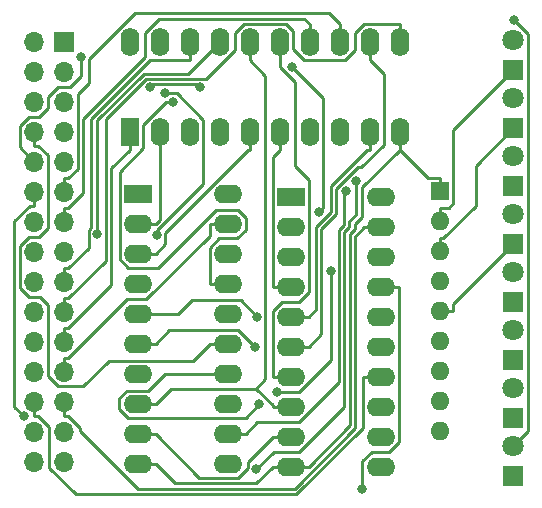
<source format=gbr>
%TF.GenerationSoftware,KiCad,Pcbnew,6.0.2+dfsg-1*%
%TF.CreationDate,2023-03-28T11:03:39-04:00*%
%TF.ProjectId,Register,52656769-7374-4657-922e-6b696361645f,rev?*%
%TF.SameCoordinates,Original*%
%TF.FileFunction,Copper,L2,Bot*%
%TF.FilePolarity,Positive*%
%FSLAX46Y46*%
G04 Gerber Fmt 4.6, Leading zero omitted, Abs format (unit mm)*
G04 Created by KiCad (PCBNEW 6.0.2+dfsg-1) date 2023-03-28 11:03:39*
%MOMM*%
%LPD*%
G01*
G04 APERTURE LIST*
%TA.AperFunction,ComponentPad*%
%ADD10R,1.800000X1.800000*%
%TD*%
%TA.AperFunction,ComponentPad*%
%ADD11C,1.800000*%
%TD*%
%TA.AperFunction,ComponentPad*%
%ADD12R,2.400000X1.600000*%
%TD*%
%TA.AperFunction,ComponentPad*%
%ADD13O,2.400000X1.600000*%
%TD*%
%TA.AperFunction,ComponentPad*%
%ADD14R,1.600000X2.400000*%
%TD*%
%TA.AperFunction,ComponentPad*%
%ADD15O,1.600000X2.400000*%
%TD*%
%TA.AperFunction,ComponentPad*%
%ADD16R,1.600000X1.600000*%
%TD*%
%TA.AperFunction,ComponentPad*%
%ADD17O,1.600000X1.600000*%
%TD*%
%TA.AperFunction,ComponentPad*%
%ADD18R,1.700000X1.700000*%
%TD*%
%TA.AperFunction,ComponentPad*%
%ADD19O,1.700000X1.700000*%
%TD*%
%TA.AperFunction,ViaPad*%
%ADD20C,0.800000*%
%TD*%
%TA.AperFunction,Conductor*%
%ADD21C,0.250000*%
%TD*%
G04 APERTURE END LIST*
D10*
%TO.P,D3,1,K*%
%TO.N,Net-(D3-Pad1)*%
X83470000Y-68555000D03*
D11*
%TO.P,D3,2,A*%
%TO.N,Net-(U1-Pad6)*%
X83470000Y-66015000D03*
%TD*%
D12*
%TO.P,U3,1,A->B*%
%TO.N,Net-(U2-Pad1)*%
X64600000Y-69435000D03*
D13*
%TO.P,U3,2,A0*%
%TO.N,Net-(U1-Pad2)*%
X64600000Y-71975000D03*
%TO.P,U3,3,A1*%
%TO.N,Net-(U1-Pad5)*%
X64600000Y-74515000D03*
%TO.P,U3,4,A2*%
%TO.N,Net-(U1-Pad6)*%
X64600000Y-77055000D03*
%TO.P,U3,5,A3*%
%TO.N,Net-(U1-Pad9)*%
X64600000Y-79595000D03*
%TO.P,U3,6,A4*%
%TO.N,Net-(U1-Pad12)*%
X64600000Y-82135000D03*
%TO.P,U3,7,A5*%
%TO.N,Net-(U1-Pad15)*%
X64600000Y-84675000D03*
%TO.P,U3,8,A6*%
%TO.N,Net-(U1-Pad16)*%
X64600000Y-87215000D03*
%TO.P,U3,9,A7*%
%TO.N,Net-(U1-Pad19)*%
X64600000Y-89755000D03*
%TO.P,U3,10,GND*%
%TO.N,GND*%
X64600000Y-92295000D03*
%TO.P,U3,11,B7*%
%TO.N,/RS_{7}*%
X72220000Y-92295000D03*
%TO.P,U3,12,B6*%
%TO.N,/RS_{6}*%
X72220000Y-89755000D03*
%TO.P,U3,13,B5*%
%TO.N,/RS_{5}*%
X72220000Y-87215000D03*
%TO.P,U3,14,B4*%
%TO.N,/RS_{4}*%
X72220000Y-84675000D03*
%TO.P,U3,15,B3*%
%TO.N,/RS_{3}*%
X72220000Y-82135000D03*
%TO.P,U3,16,B2*%
%TO.N,/RS_{2}*%
X72220000Y-79595000D03*
%TO.P,U3,17,B1*%
%TO.N,/RS_{1}*%
X72220000Y-77055000D03*
%TO.P,U3,18,B0*%
%TO.N,/RS_{0}*%
X72220000Y-74515000D03*
%TO.P,U3,19,CE*%
%TO.N,/RS_{E}*%
X72220000Y-71975000D03*
%TO.P,U3,20,VCC*%
%TO.N,Net-(U2-Pad1)*%
X72220000Y-69435000D03*
%TD*%
D10*
%TO.P,D7,1,K*%
%TO.N,Net-(D7-Pad1)*%
X83470000Y-88185000D03*
D11*
%TO.P,D7,2,A*%
%TO.N,Net-(U1-Pad16)*%
X83470000Y-85645000D03*
%TD*%
D12*
%TO.P,U2,1,A->B*%
%TO.N,Net-(U2-Pad1)*%
X51660000Y-69215000D03*
D13*
%TO.P,U2,2,A0*%
%TO.N,Net-(U1-Pad2)*%
X51660000Y-71755000D03*
%TO.P,U2,3,A1*%
%TO.N,Net-(U1-Pad5)*%
X51660000Y-74295000D03*
%TO.P,U2,4,A2*%
%TO.N,Net-(U1-Pad6)*%
X51660000Y-76835000D03*
%TO.P,U2,5,A3*%
%TO.N,Net-(U1-Pad9)*%
X51660000Y-79375000D03*
%TO.P,U2,6,A4*%
%TO.N,Net-(U1-Pad12)*%
X51660000Y-81915000D03*
%TO.P,U2,7,A5*%
%TO.N,Net-(U1-Pad15)*%
X51660000Y-84455000D03*
%TO.P,U2,8,A6*%
%TO.N,Net-(U1-Pad16)*%
X51660000Y-86995000D03*
%TO.P,U2,9,A7*%
%TO.N,Net-(U1-Pad19)*%
X51660000Y-89535000D03*
%TO.P,U2,10,GND*%
%TO.N,GND*%
X51660000Y-92075000D03*
%TO.P,U2,11,B7*%
%TO.N,/RD_{7}*%
X59280000Y-92075000D03*
%TO.P,U2,12,B6*%
%TO.N,/RD_{6}*%
X59280000Y-89535000D03*
%TO.P,U2,13,B5*%
%TO.N,/RD_{5}*%
X59280000Y-86995000D03*
%TO.P,U2,14,B4*%
%TO.N,/RD_{4}*%
X59280000Y-84455000D03*
%TO.P,U2,15,B3*%
%TO.N,/RD_{3}*%
X59280000Y-81915000D03*
%TO.P,U2,16,B2*%
%TO.N,/RD_{2}*%
X59280000Y-79375000D03*
%TO.P,U2,17,B1*%
%TO.N,/RD_{1}*%
X59280000Y-76835000D03*
%TO.P,U2,18,B0*%
%TO.N,/RD_{0}*%
X59280000Y-74295000D03*
%TO.P,U2,19,CE*%
%TO.N,/RD_{E}*%
X59280000Y-71755000D03*
%TO.P,U2,20,VCC*%
%TO.N,Net-(U2-Pad1)*%
X59280000Y-69215000D03*
%TD*%
D10*
%TO.P,D4,1,K*%
%TO.N,Net-(D4-Pad1)*%
X83470000Y-73465000D03*
D11*
%TO.P,D4,2,A*%
%TO.N,Net-(U1-Pad9)*%
X83470000Y-70925000D03*
%TD*%
D10*
%TO.P,D1,1,K*%
%TO.N,Net-(D1-Pad1)*%
X83470000Y-58730000D03*
D11*
%TO.P,D1,2,A*%
%TO.N,Net-(U1-Pad2)*%
X83470000Y-56190000D03*
%TD*%
D14*
%TO.P,U1,1,~{E}*%
%TO.N,/RB_{E}*%
X50980000Y-63960000D03*
D15*
%TO.P,U1,2,Q0*%
%TO.N,Net-(U1-Pad2)*%
X53520000Y-63960000D03*
%TO.P,U1,3,D0*%
%TO.N,/D_{0}*%
X56060000Y-63960000D03*
%TO.P,U1,4,D1*%
%TO.N,/D_{1}*%
X58600000Y-63960000D03*
%TO.P,U1,5,Q1*%
%TO.N,Net-(U1-Pad5)*%
X61140000Y-63960000D03*
%TO.P,U1,6,Q2*%
%TO.N,Net-(U1-Pad6)*%
X63680000Y-63960000D03*
%TO.P,U1,7,D2*%
%TO.N,/D_{2}*%
X66220000Y-63960000D03*
%TO.P,U1,8,D3*%
%TO.N,/D_{3}*%
X68760000Y-63960000D03*
%TO.P,U1,9,Q3*%
%TO.N,Net-(U1-Pad9)*%
X71300000Y-63960000D03*
%TO.P,U1,10,GND*%
%TO.N,GND*%
X73840000Y-63960000D03*
%TO.P,U1,11,CP*%
%TO.N,/CLK*%
X73840000Y-56340000D03*
%TO.P,U1,12,Q4*%
%TO.N,Net-(U1-Pad12)*%
X71300000Y-56340000D03*
%TO.P,U1,13,D4*%
%TO.N,/D_{4}*%
X68760000Y-56340000D03*
%TO.P,U1,14,D5*%
%TO.N,/D_{5}*%
X66220000Y-56340000D03*
%TO.P,U1,15,Q5*%
%TO.N,Net-(U1-Pad15)*%
X63680000Y-56340000D03*
%TO.P,U1,16,Q6*%
%TO.N,Net-(U1-Pad16)*%
X61140000Y-56340000D03*
%TO.P,U1,17,D6*%
%TO.N,/D_{6}*%
X58600000Y-56340000D03*
%TO.P,U1,18,D7*%
%TO.N,/D_{7}*%
X56060000Y-56340000D03*
%TO.P,U1,19,Q7*%
%TO.N,Net-(U1-Pad19)*%
X53520000Y-56340000D03*
%TO.P,U1,20,VCC*%
%TO.N,VCC*%
X50980000Y-56340000D03*
%TD*%
D10*
%TO.P,D8,1,K*%
%TO.N,Net-(D8-Pad1)*%
X83470000Y-93095000D03*
D11*
%TO.P,D8,2,A*%
%TO.N,Net-(U1-Pad19)*%
X83470000Y-90555000D03*
%TD*%
D16*
%TO.P,RN1,1,R1.1*%
%TO.N,GND*%
X77270000Y-68990000D03*
D17*
%TO.P,RN1,2,R1.2*%
%TO.N,Net-(D1-Pad1)*%
X77270000Y-71530000D03*
%TO.P,RN1,3,R2.2*%
%TO.N,Net-(D2-Pad1)*%
X77270000Y-74070000D03*
%TO.P,RN1,4,R3.2*%
%TO.N,Net-(D3-Pad1)*%
X77270000Y-76610000D03*
%TO.P,RN1,5,R4.2*%
%TO.N,Net-(D4-Pad1)*%
X77270000Y-79150000D03*
%TO.P,RN1,6,R5.2*%
%TO.N,Net-(D5-Pad1)*%
X77270000Y-81690000D03*
%TO.P,RN1,7,R6.2*%
%TO.N,Net-(D6-Pad1)*%
X77270000Y-84230000D03*
%TO.P,RN1,8,R7.2*%
%TO.N,Net-(D7-Pad1)*%
X77270000Y-86770000D03*
%TO.P,RN1,9,R8.2*%
%TO.N,Net-(D8-Pad1)*%
X77270000Y-89310000D03*
%TD*%
D10*
%TO.P,D6,1,K*%
%TO.N,Net-(D6-Pad1)*%
X83470000Y-83275000D03*
D11*
%TO.P,D6,2,A*%
%TO.N,Net-(U1-Pad15)*%
X83470000Y-80735000D03*
%TD*%
D10*
%TO.P,D5,1,K*%
%TO.N,Net-(D5-Pad1)*%
X83470000Y-78375000D03*
D11*
%TO.P,D5,2,A*%
%TO.N,Net-(U1-Pad12)*%
X83470000Y-75835000D03*
%TD*%
D10*
%TO.P,D2,1,K*%
%TO.N,Net-(D2-Pad1)*%
X83470000Y-63640000D03*
D11*
%TO.P,D2,2,A*%
%TO.N,Net-(U1-Pad5)*%
X83470000Y-61100000D03*
%TD*%
D18*
%TO.P,J1,1,Pin_1*%
%TO.N,VCC*%
X45430000Y-56345000D03*
D19*
%TO.P,J1,2,Pin_2*%
%TO.N,/RD_{0}*%
X42890000Y-56345000D03*
%TO.P,J1,3,Pin_3*%
%TO.N,/D_{0}*%
X45430000Y-58885000D03*
%TO.P,J1,4,Pin_4*%
%TO.N,/RD_{1}*%
X42890000Y-58885000D03*
%TO.P,J1,5,Pin_5*%
%TO.N,/D_{1}*%
X45430000Y-61425000D03*
%TO.P,J1,6,Pin_6*%
%TO.N,/RD_{2}*%
X42890000Y-61425000D03*
%TO.P,J1,7,Pin_7*%
%TO.N,/D_{2}*%
X45430000Y-63965000D03*
%TO.P,J1,8,Pin_8*%
%TO.N,/RD_{3}*%
X42890000Y-63965000D03*
%TO.P,J1,9,Pin_9*%
%TO.N,/D_{3}*%
X45430000Y-66505000D03*
%TO.P,J1,10,Pin_10*%
%TO.N,/RD_{4}*%
X42890000Y-66505000D03*
%TO.P,J1,11,Pin_11*%
%TO.N,/D_{4}*%
X45430000Y-69045000D03*
%TO.P,J1,12,Pin_12*%
%TO.N,/RD_{5}*%
X42890000Y-69045000D03*
%TO.P,J1,13,Pin_13*%
%TO.N,/D_{5}*%
X45430000Y-71585000D03*
%TO.P,J1,14,Pin_14*%
%TO.N,/RD_{6}*%
X42890000Y-71585000D03*
%TO.P,J1,15,Pin_15*%
%TO.N,/D_{6}*%
X45430000Y-74125000D03*
%TO.P,J1,16,Pin_16*%
%TO.N,/RD_{7}*%
X42890000Y-74125000D03*
%TO.P,J1,17,Pin_17*%
%TO.N,/D_{7}*%
X45430000Y-76665000D03*
%TO.P,J1,18,Pin_18*%
%TO.N,/RS_{0}*%
X42890000Y-76665000D03*
%TO.P,J1,19,Pin_19*%
%TO.N,/CLK*%
X45430000Y-79205000D03*
%TO.P,J1,20,Pin_20*%
%TO.N,/RS_{1}*%
X42890000Y-79205000D03*
%TO.P,J1,21,Pin_21*%
%TO.N,/RB_{E}*%
X45430000Y-81745000D03*
%TO.P,J1,22,Pin_22*%
%TO.N,/RS_{2}*%
X42890000Y-81745000D03*
%TO.P,J1,23,Pin_23*%
%TO.N,/RD_{E}*%
X45430000Y-84285000D03*
%TO.P,J1,24,Pin_24*%
%TO.N,/RS_{3}*%
X42890000Y-84285000D03*
%TO.P,J1,25,Pin_25*%
%TO.N,/RS_{E}*%
X45430000Y-86825000D03*
%TO.P,J1,26,Pin_26*%
%TO.N,/RS_{4}*%
X42890000Y-86825000D03*
%TO.P,J1,27,Pin_27*%
%TO.N,/RS_{7}*%
X45430000Y-89365000D03*
%TO.P,J1,28,Pin_28*%
%TO.N,/RS_{5}*%
X42890000Y-89365000D03*
%TO.P,J1,29,Pin_29*%
%TO.N,/RS_{6}*%
X45430000Y-91905000D03*
%TO.P,J1,30,Pin_30*%
%TO.N,GND*%
X42890000Y-91905000D03*
%TD*%
D20*
%TO.N,/RD_{0}*%
X53956000Y-60691900D03*
X53273500Y-72674400D03*
%TO.N,/RD_{1}*%
X54641100Y-61421800D03*
%TO.N,/RD_{4}*%
X67990300Y-75700700D03*
X67027700Y-70710400D03*
X63475300Y-85954300D03*
X56894700Y-60198600D03*
X52661800Y-60193200D03*
X61937500Y-87007200D03*
X64705600Y-58428200D03*
X46841700Y-57608500D03*
%TO.N,/RD_{5}*%
X41995500Y-88000200D03*
%TO.N,/RD_{6}*%
X69326800Y-68931500D03*
%TO.N,/D_{6}*%
X48229500Y-72590700D03*
%TO.N,/RD_{7}*%
X61680100Y-92514000D03*
X70180500Y-68087800D03*
%TO.N,/RS_{1}*%
X70684200Y-94221600D03*
%TO.N,Net-(U1-Pad9)*%
X61739300Y-79595000D03*
%TO.N,Net-(U1-Pad12)*%
X61553100Y-82135000D03*
%TO.N,Net-(U1-Pad19)*%
X83526800Y-54495700D03*
%TD*%
D21*
%TO.N,/RD_{0}*%
X57219500Y-62913000D02*
X54998400Y-60691900D01*
X53273500Y-72674400D02*
X53273500Y-72303300D01*
X53273500Y-72303300D02*
X57219500Y-68357300D01*
X57219500Y-68357300D02*
X57219500Y-62913000D01*
X54998400Y-60691900D02*
X53956000Y-60691900D01*
%TO.N,/RD_{1}*%
X60106800Y-72981600D02*
X60805100Y-72283300D01*
X52105200Y-63367900D02*
X54051300Y-61421800D01*
X50842300Y-75468600D02*
X50133600Y-74759900D01*
X60118500Y-70569800D02*
X58265200Y-70569800D01*
X57754900Y-73807700D02*
X58581000Y-72981600D01*
X50133600Y-74759900D02*
X50133600Y-67315300D01*
X60805100Y-72283300D02*
X60805100Y-71256400D01*
X52105200Y-65343700D02*
X52105200Y-63367900D01*
X57754900Y-76835000D02*
X57754900Y-73807700D01*
X54051300Y-61421800D02*
X54641100Y-61421800D01*
X58581000Y-72981600D02*
X60106800Y-72981600D01*
X59280000Y-76835000D02*
X57754900Y-76835000D01*
X53366400Y-75468600D02*
X50842300Y-75468600D01*
X58265200Y-70569800D02*
X53366400Y-75468600D01*
X60805100Y-71256400D02*
X60118500Y-70569800D01*
X50133600Y-67315300D02*
X52105200Y-65343700D01*
%TO.N,/RD_{3}*%
X47018400Y-85509000D02*
X49197600Y-83329800D01*
X42440900Y-72855000D02*
X41668500Y-73627400D01*
X42461000Y-77935000D02*
X43363400Y-77935000D01*
X49197600Y-83329800D02*
X56340100Y-83329800D01*
X43257300Y-65140100D02*
X44065100Y-65947900D01*
X44065100Y-84639200D02*
X44934900Y-85509000D01*
X59280000Y-81915000D02*
X57754900Y-81915000D01*
X42890000Y-65140100D02*
X43257300Y-65140100D01*
X42890000Y-63965000D02*
X42890000Y-65140100D01*
X41668500Y-77142500D02*
X42461000Y-77935000D01*
X43363400Y-77935000D02*
X44065100Y-78636700D01*
X44065100Y-65947900D02*
X44065100Y-72074000D01*
X43284100Y-72855000D02*
X42440900Y-72855000D01*
X44065100Y-72074000D02*
X43284100Y-72855000D01*
X44934900Y-85509000D02*
X47018400Y-85509000D01*
X44065100Y-78636700D02*
X44065100Y-84639200D01*
X56340100Y-83329800D02*
X57754900Y-81915000D01*
X41668500Y-73627400D02*
X41668500Y-77142500D01*
%TO.N,/RD_{4}*%
X41655600Y-65270600D02*
X41655600Y-63454800D01*
X43281800Y-62695000D02*
X44065100Y-61911700D01*
X56618100Y-59922000D02*
X56894700Y-60198600D01*
X67364100Y-61086700D02*
X67364100Y-70374000D01*
X41655600Y-63454800D02*
X42415400Y-62695000D01*
X45888400Y-60155000D02*
X46841700Y-59201700D01*
X50827500Y-88156500D02*
X50099200Y-87428200D01*
X44065100Y-61911700D02*
X44065100Y-61017600D01*
X63475300Y-85954300D02*
X65350300Y-85954300D01*
X67364100Y-70374000D02*
X67027700Y-70710400D01*
X53980500Y-84455000D02*
X59280000Y-84455000D01*
X52933000Y-59922000D02*
X56618100Y-59922000D01*
X42890000Y-66505000D02*
X41655600Y-65270600D01*
X50735100Y-85869800D02*
X52565700Y-85869800D01*
X60788200Y-88156500D02*
X50827500Y-88156500D01*
X44927700Y-60155000D02*
X45888400Y-60155000D01*
X44065100Y-61017600D02*
X44927700Y-60155000D01*
X50099200Y-86505700D02*
X50735100Y-85869800D01*
X50099200Y-87428200D02*
X50099200Y-86505700D01*
X67990300Y-83314300D02*
X67990300Y-75700700D01*
X42415400Y-62695000D02*
X43281800Y-62695000D01*
X65350300Y-85954300D02*
X67990300Y-83314300D01*
X52565700Y-85869800D02*
X53980500Y-84455000D01*
X61937500Y-87007200D02*
X60788200Y-88156500D01*
X64705600Y-58428200D02*
X67364100Y-61086700D01*
X46841700Y-59201700D02*
X46841700Y-57608500D01*
X52661800Y-60193200D02*
X52933000Y-59922000D01*
%TO.N,/D_{4}*%
X45430000Y-67869900D02*
X45797300Y-67869900D01*
X45430000Y-69045000D02*
X45430000Y-67869900D01*
X46605100Y-60791600D02*
X47566900Y-59829800D01*
X67859800Y-53914700D02*
X68760000Y-54814900D01*
X68760000Y-56340000D02*
X68760000Y-54814900D01*
X47566900Y-59829800D02*
X47566900Y-57759600D01*
X47566900Y-57759600D02*
X51411800Y-53914700D01*
X45797300Y-67869900D02*
X46605100Y-67062100D01*
X51411800Y-53914700D02*
X67859800Y-53914700D01*
X46605100Y-67062100D02*
X46605100Y-60791600D01*
%TO.N,/RD_{5}*%
X41218400Y-87223100D02*
X41995500Y-88000200D01*
X42890000Y-70220100D02*
X42522800Y-70220100D01*
X42890000Y-69045000D02*
X42890000Y-70220100D01*
X41218400Y-71524500D02*
X41218400Y-87223100D01*
X42522800Y-70220100D02*
X41218400Y-71524500D01*
%TO.N,/D_{5}*%
X52250000Y-55575300D02*
X52250000Y-57642500D01*
X45795200Y-70409900D02*
X45430000Y-70409900D01*
X65769900Y-54364800D02*
X53460500Y-54364800D01*
X47055200Y-69149900D02*
X45795200Y-70409900D01*
X66220000Y-54814900D02*
X65769900Y-54364800D01*
X45430000Y-71585000D02*
X45430000Y-70409900D01*
X47055200Y-62837300D02*
X47055200Y-69149900D01*
X52250000Y-57642500D02*
X47055200Y-62837300D01*
X53460500Y-54364800D02*
X52250000Y-55575300D01*
X66220000Y-56340000D02*
X66220000Y-54814900D01*
%TO.N,/RD_{6}*%
X60805100Y-89535000D02*
X61781200Y-88558900D01*
X65279600Y-88558900D02*
X68716200Y-85122300D01*
X69126500Y-71816100D02*
X69126500Y-69131800D01*
X68716200Y-72226400D02*
X69126500Y-71816100D01*
X61781200Y-88558900D02*
X65279600Y-88558900D01*
X68716200Y-85122300D02*
X68716200Y-72226400D01*
X69126500Y-69131800D02*
X69326800Y-68931500D01*
X59280000Y-89535000D02*
X60805100Y-89535000D01*
%TO.N,/D_{6}*%
X58600000Y-56340000D02*
X55922000Y-59018000D01*
X55922000Y-59018000D02*
X52175000Y-59018000D01*
X52175000Y-59018000D02*
X48229500Y-62963500D01*
X48229500Y-62963500D02*
X48229500Y-72590700D01*
%TO.N,/RD_{7}*%
X69166300Y-72412900D02*
X69576600Y-72002600D01*
X69576600Y-72002600D02*
X69576600Y-71551200D01*
X61680100Y-92514000D02*
X63169100Y-91025000D01*
X65353900Y-91025000D02*
X69166300Y-87212600D01*
X69166300Y-87212600D02*
X69166300Y-72412900D01*
X69576600Y-71551200D02*
X70180500Y-70947300D01*
X63169100Y-91025000D02*
X65353900Y-91025000D01*
X70180500Y-70947300D02*
X70180500Y-68087800D01*
%TO.N,/D_{7}*%
X45797300Y-75489900D02*
X45430000Y-75489900D01*
X52691300Y-57865100D02*
X47670900Y-62885500D01*
X47504400Y-72290400D02*
X47504400Y-73782800D01*
X47670900Y-62885500D02*
X47670900Y-72123900D01*
X47504400Y-73782800D02*
X45797300Y-75489900D01*
X56060000Y-57865100D02*
X52691300Y-57865100D01*
X47670900Y-72123900D02*
X47504400Y-72290400D01*
X56060000Y-56340000D02*
X56060000Y-57865100D01*
X45430000Y-76665000D02*
X45430000Y-75489900D01*
%TO.N,/CLK*%
X45430000Y-79205000D02*
X45430000Y-78029900D01*
X60671100Y-54814900D02*
X59870000Y-55616000D01*
X64805200Y-56925500D02*
X64805200Y-55431700D01*
X48954600Y-74872500D02*
X45797200Y-78029900D01*
X59870000Y-55616000D02*
X59870000Y-57061500D01*
X69233500Y-57865200D02*
X65744900Y-57865200D01*
X70833400Y-54814900D02*
X70030000Y-55618300D01*
X64188400Y-54814900D02*
X60671100Y-54814900D01*
X70030000Y-57068700D02*
X69233500Y-57865200D01*
X45797200Y-78029900D02*
X45430000Y-78029900D01*
X48954600Y-62875000D02*
X48954600Y-74872500D01*
X73840000Y-54814900D02*
X70833400Y-54814900D01*
X59870000Y-57061500D02*
X57463400Y-59468100D01*
X70030000Y-55618300D02*
X70030000Y-57068700D01*
X65744900Y-57865200D02*
X64805200Y-56925500D01*
X73840000Y-56340000D02*
X73840000Y-54814900D01*
X52361500Y-59468100D02*
X48954600Y-62875000D01*
X64805200Y-55431700D02*
X64188400Y-54814900D01*
X57463400Y-59468100D02*
X52361500Y-59468100D01*
%TO.N,/RS_{1}*%
X73745100Y-77055000D02*
X73745100Y-90224000D01*
X72220000Y-77055000D02*
X73745100Y-77055000D01*
X72944100Y-91025000D02*
X71491300Y-91025000D01*
X73745100Y-90224000D02*
X72944100Y-91025000D01*
X70684200Y-91832100D02*
X70684200Y-94221600D01*
X71491300Y-91025000D02*
X70684200Y-91832100D01*
%TO.N,/RB_{E}*%
X49404800Y-76960300D02*
X45795200Y-80569900D01*
X49404800Y-67060300D02*
X49404800Y-76960300D01*
X45795200Y-80569900D02*
X45430000Y-80569900D01*
X45430000Y-81745000D02*
X45430000Y-80569900D01*
X50980000Y-65485100D02*
X49404800Y-67060300D01*
X50980000Y-63960000D02*
X50980000Y-65485100D01*
%TO.N,/RD_{E}*%
X59280000Y-71755000D02*
X57754900Y-71755000D01*
X57754900Y-71755000D02*
X57754900Y-72750700D01*
X45430000Y-84285000D02*
X45430000Y-83109900D01*
X50784700Y-78105000D02*
X45779800Y-83109900D01*
X52400600Y-78105000D02*
X50784700Y-78105000D01*
X45779800Y-83109900D02*
X45430000Y-83109900D01*
X57754900Y-72750700D02*
X52400600Y-78105000D01*
%TO.N,/RS_{E}*%
X45745500Y-88000100D02*
X46794800Y-89049400D01*
X46794800Y-89049400D02*
X46794800Y-89269800D01*
X70066500Y-89037200D02*
X70066500Y-72785900D01*
X70066500Y-72785900D02*
X70694900Y-72157500D01*
X45430000Y-88000100D02*
X45745500Y-88000100D01*
X45430000Y-86825000D02*
X45430000Y-88000100D01*
X70694900Y-72157500D02*
X70694900Y-71975000D01*
X51687700Y-94162700D02*
X64941000Y-94162700D01*
X46794800Y-89269800D02*
X51687700Y-94162700D01*
X72220000Y-71975000D02*
X70694900Y-71975000D01*
X64941000Y-94162700D02*
X70066500Y-89037200D01*
%TO.N,/RS_{4}*%
X70694900Y-84675000D02*
X70694900Y-89045500D01*
X42890000Y-86825000D02*
X42890000Y-88000100D01*
X72220000Y-84675000D02*
X70694900Y-84675000D01*
X70694900Y-89045500D02*
X65085600Y-94654800D01*
X43255200Y-88000100D02*
X42890000Y-88000100D01*
X46431100Y-94654800D02*
X44160000Y-92383700D01*
X44160000Y-88904900D02*
X43255200Y-88000100D01*
X65085600Y-94654800D02*
X46431100Y-94654800D01*
X44160000Y-92383700D02*
X44160000Y-88904900D01*
%TO.N,GND*%
X73840000Y-63960000D02*
X73840000Y-64722500D01*
X69616400Y-88803700D02*
X69616400Y-72599400D01*
X70640500Y-71161000D02*
X70640500Y-68653200D01*
X61683700Y-93686200D02*
X54796300Y-93686200D01*
X73840000Y-65453700D02*
X73840000Y-65485100D01*
X69616400Y-72599400D02*
X70026700Y-72189100D01*
X77270000Y-67864900D02*
X76219800Y-67864900D01*
X66125100Y-92295000D02*
X69616400Y-88803700D01*
X70026700Y-72189100D02*
X70026700Y-71774800D01*
X73840000Y-65453700D02*
X73840000Y-64722500D01*
X64600000Y-92295000D02*
X63074900Y-92295000D01*
X76219800Y-67864900D02*
X73840000Y-65485100D01*
X70026700Y-71774800D02*
X70640500Y-71161000D01*
X51660000Y-92075000D02*
X53185100Y-92075000D01*
X64600000Y-92295000D02*
X66125100Y-92295000D01*
X54796300Y-93686200D02*
X53185100Y-92075000D01*
X77270000Y-68990000D02*
X77270000Y-67864900D01*
X70640500Y-68653200D02*
X73840000Y-65453700D01*
X63074900Y-92295000D02*
X61683700Y-93686200D01*
%TO.N,Net-(U1-Pad2)*%
X53520000Y-71420100D02*
X53185100Y-71755000D01*
X51660000Y-71755000D02*
X53185100Y-71755000D01*
X53520000Y-63960000D02*
X53520000Y-71420100D01*
%TO.N,Net-(U1-Pad5)*%
X51660000Y-74295000D02*
X53185100Y-74295000D01*
X61140000Y-63960000D02*
X61140000Y-65485100D01*
X53185100Y-74295000D02*
X53998600Y-73481500D01*
X53998600Y-73481500D02*
X53998600Y-72493200D01*
X53998600Y-72493200D02*
X61006700Y-65485100D01*
X61006700Y-65485100D02*
X61140000Y-65485100D01*
%TO.N,Net-(U1-Pad6)*%
X64600000Y-77055000D02*
X63074900Y-77055000D01*
X63074900Y-66090200D02*
X63074900Y-77055000D01*
X63680000Y-65485100D02*
X63074900Y-66090200D01*
X63680000Y-63960000D02*
X63680000Y-65485100D01*
%TO.N,Net-(U1-Pad9)*%
X56245900Y-78217500D02*
X60361800Y-78217500D01*
X51660000Y-79375000D02*
X55088400Y-79375000D01*
X64600000Y-79595000D02*
X66125100Y-79595000D01*
X55088400Y-79375000D02*
X56245900Y-78217500D01*
X68016000Y-68580300D02*
X68016000Y-70747600D01*
X66768000Y-71995600D02*
X66768000Y-78952100D01*
X68016000Y-70747600D02*
X66768000Y-71995600D01*
X71111200Y-65485100D02*
X68016000Y-68580300D01*
X66768000Y-78952100D02*
X66125100Y-79595000D01*
X71300000Y-63960000D02*
X71300000Y-65485100D01*
X60361800Y-78217500D02*
X61739300Y-79595000D01*
X71300000Y-65485100D02*
X71111200Y-65485100D01*
%TO.N,Net-(U1-Pad12)*%
X67218200Y-72182000D02*
X67218200Y-81041900D01*
X51660000Y-81915000D02*
X53185100Y-81915000D01*
X68466200Y-68766700D02*
X68466200Y-70934000D01*
X70555100Y-66956200D02*
X70276700Y-66956200D01*
X70276700Y-66956200D02*
X68466200Y-68766700D01*
X53185100Y-81915000D02*
X54335200Y-80764900D01*
X72473600Y-65037700D02*
X70555100Y-66956200D01*
X72473600Y-59038700D02*
X72473600Y-65037700D01*
X67218200Y-81041900D02*
X66125100Y-82135000D01*
X71300000Y-57865100D02*
X72473600Y-59038700D01*
X71300000Y-56340000D02*
X71300000Y-57865100D01*
X60183000Y-80764900D02*
X61553100Y-82135000D01*
X64600000Y-82135000D02*
X66125100Y-82135000D01*
X54335200Y-80764900D02*
X60183000Y-80764900D01*
X68466200Y-70934000D02*
X67218200Y-72182000D01*
%TO.N,Net-(U1-Pad15)*%
X63876000Y-78325000D02*
X63074900Y-79126100D01*
X66125100Y-68045200D02*
X66125100Y-77528700D01*
X64950000Y-66870100D02*
X66125100Y-68045200D01*
X63680000Y-57865100D02*
X63680000Y-58427900D01*
X64600000Y-84675000D02*
X63074900Y-84675000D01*
X64950000Y-59697900D02*
X64950000Y-66870100D01*
X63680000Y-56340000D02*
X63680000Y-57865100D01*
X63074900Y-79126100D02*
X63074900Y-84675000D01*
X63680000Y-58427900D02*
X64950000Y-59697900D01*
X65328800Y-78325000D02*
X63876000Y-78325000D01*
X66125100Y-77528700D02*
X65328800Y-78325000D01*
%TO.N,Net-(U1-Pad16)*%
X51660000Y-86995000D02*
X53185100Y-86995000D01*
X61140000Y-57865100D02*
X62464400Y-59189500D01*
X64600000Y-87215000D02*
X63074900Y-87215000D01*
X63074900Y-87215000D02*
X63074900Y-87119100D01*
X62464400Y-59189500D02*
X62464400Y-84892400D01*
X54479600Y-85700500D02*
X53185100Y-86995000D01*
X61140000Y-56340000D02*
X61140000Y-57865100D01*
X63074900Y-87119100D02*
X61656300Y-85700500D01*
X62464400Y-84892400D02*
X61656300Y-85700500D01*
X61656300Y-85700500D02*
X54479600Y-85700500D01*
%TO.N,Net-(U1-Pad19)*%
X60117600Y-93236100D02*
X56886200Y-93236100D01*
X84701300Y-55670200D02*
X83526800Y-54495700D01*
X60955000Y-91874900D02*
X60955000Y-92398700D01*
X63074900Y-89755000D02*
X60955000Y-91874900D01*
X64166400Y-89755000D02*
X63074900Y-89755000D01*
X60955000Y-92398700D02*
X60117600Y-93236100D01*
X56886200Y-93236100D02*
X53185100Y-89535000D01*
X83470000Y-90555000D02*
X84701300Y-89323700D01*
X64166400Y-89755000D02*
X64600000Y-89755000D01*
X52093600Y-89535000D02*
X51660000Y-89535000D01*
X84701300Y-89323700D02*
X84701300Y-55670200D01*
X52093600Y-89535000D02*
X53185100Y-89535000D01*
%TO.N,Net-(D1-Pad1)*%
X78395100Y-69983000D02*
X78395100Y-63804900D01*
X78395100Y-63804900D02*
X83470000Y-58730000D01*
X77973200Y-70404900D02*
X78395100Y-69983000D01*
X77270000Y-70404900D02*
X77973200Y-70404900D01*
X77270000Y-71530000D02*
X77270000Y-70404900D01*
%TO.N,Net-(D2-Pad1)*%
X77270000Y-72944900D02*
X77545600Y-72944900D01*
X80278200Y-70212300D02*
X80278200Y-66831800D01*
X77270000Y-74070000D02*
X77270000Y-72944900D01*
X80278200Y-66831800D02*
X83470000Y-63640000D01*
X77545600Y-72944900D02*
X80278200Y-70212300D01*
%TO.N,Net-(D4-Pad1)*%
X77270000Y-79150000D02*
X78395100Y-79150000D01*
X78395100Y-78539900D02*
X83470000Y-73465000D01*
X78395100Y-79150000D02*
X78395100Y-78539900D01*
%TD*%
M02*

</source>
